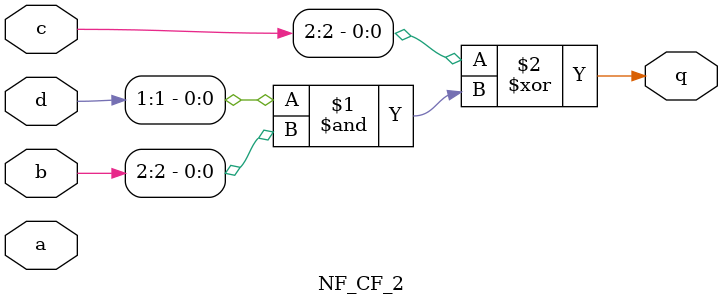
<source format=v>
/*
* -----------------------------------------------------------------
* COMPANY : Shandong University
* AUTHOR  : Yanhong Fan,  Chaoran Wang, Lixuan Wu, Meiqin Wang
* DOCUMENT: "A Fast Search Method for 3-Share Second-Order Masking Schemes for Lightweight S-Boxes"  
* -----------------------------------------------------------------
*
* Copyright c 2023, Yanhong Fan, Chaoran Wang, Lixuan Wu, Meiqin Wang

*
* All rights reserved.
*
* THIS SOFTWARE IS PROVIDED BY THE COPYRIGHT HOLDERS AND CONTRIBUTORS "AS IS" AND
* ANY EXPRESS OR IMPLIED WARRANTIES, INCLUDING, BUT NOT LIMITED TO, THE IMPLIED
* WARRANTIES OF MERCHANTABILITY AND FITNESS FOR A PARTICULAR PURPOSE ARE
* DISCLAIMED. IN NO EVENT SHALL THE COPYRIGHT HOLDER OR CONTRIBUTERS BE LIABLE FOR ANY
* DIRECT, INDIRECT, INCIDENTAL, SPECIAL, EXEMPLARY, OR CONSEQUENTIAL DAMAGES
* INCLUDING, BUT NOT LIMITED TO, PROCUREMENT OF SUBSTITUTE GOODS OR SERVICES;
* LOSS OF USE, DATA, OR PROFITS; OR BUSINESS INTERRUPTION HOWEVER CAUSED AND
* ON ANY THEORY OF LIABILITY, WHETHER IN CONTRACT, STRICT LIABILITY, OR TORT
* INCLUDING NEGLIGENCE OR OTHERWISE ARISING IN ANY WAY OUT OF THE USE OF THIS
* SOFTWARE, EVEN IF ADVISED OF THE POSSIBILITY OF SUCH DAMAGE.
*
* Please see LICENSE and README for license and further instructions.
*/
module NF_CF_2(
    input [3:1] a,
    input [3:1] b,
    input [3:1] c,
    input [3:1] d,
    output q 
	 );
	 
	parameter num = 1;
	 
	generate

		if(num==0) begin
			assign q = 1'b1 ^ d[1] ^ (d[1]&b[1]);
		end
		if(num==1) begin
			assign q =  c[2] ^ (d[1]&b[2]);
		end
		if(num==2) begin
			assign q = b[3] ^ (d[1]&b[3]);
		end
		if(num==3) begin
			assign q = c[1] ^ (d[2]&b[1]);
		end
		if(num==4) begin
			assign q = d[2]^b[2]^(d[2]&b[2]);
		end
		if(num==5) begin
			assign q =  (d[2]&b[3]);
		end
		if(num==6) begin
			assign q = (d[3]&b[1]);
		end
		if(num==7) begin
			assign q = b[2] ^ (d[3]&b[2]);
		end
		if(num==8) begin
			assign q = c[3] ^ d[3]^b[3]^(d[3]&b[3]);
		end
		if(num==9) begin
			assign q = 1'b1 ^ (d[1]&b[1]);
		end
		if(num==10) begin
			assign q =  c[2] ^ (d[1]&b[2]);
		end
		if(num==11) begin
			assign q =  b[3] ^ (d[1]&b[3]);
		end
		if(num==12) begin
			assign q = c[1] ^ (d[2]&b[1]);
		end
		if(num==13) begin
			assign q = b[2]^(d[2]&b[2]);
		end
		if(num==14) begin
			assign q = (d[2]&b[3]);
		end
		if(num==15) begin
			assign q = (d[3]&b[1]);
		end
		if(num==16) begin
			assign q = b[2] ^ (d[3]&b[2]);
		end
		if(num==17) begin
			assign q = c[3] ^b[3]^ (d[3]&b[3]);
		end
		if(num==18) begin
			assign q = 1'b1 ^ c[1] ^ (d[1]&c[1]) ^ (d[1]&b[1]);
		end
		if(num==19) begin
			assign q = b[2] ^c[2] ^ (d[1]&c[2]) ^ (d[1]&b[2]);
		end
		if(num==20) begin
			assign q = (d[1]&c[3]) ^ (d[1]&b[3]);
		end
		if(num==21) begin
			assign q = c[1] ^ b[1]^(d[2]&c[1]) ^ (d[2]&b[1]);
		end
		if(num==22) begin
			assign q =  (d[2]&c[2]) ^ (d[2]&b[2]);
		end
		if(num==23) begin
			assign q = c[3] ^ (d[2]&c[3]) ^ (d[2]&b[3]);
		end
		if(num==24) begin
			assign q = (d[3]&c[1]) ^ (d[3]&b[1]);
		end
		if(num==25) begin
			assign q = c[2] ^ (d[3]&c[2]) ^ (d[3]&b[2]);
		end
		if(num==26) begin
			assign q = c[3] ^ b[3] ^ (d[3]&c[3]) ^ (d[3]&b[3]);
		end


	endgenerate


endmodule

</source>
